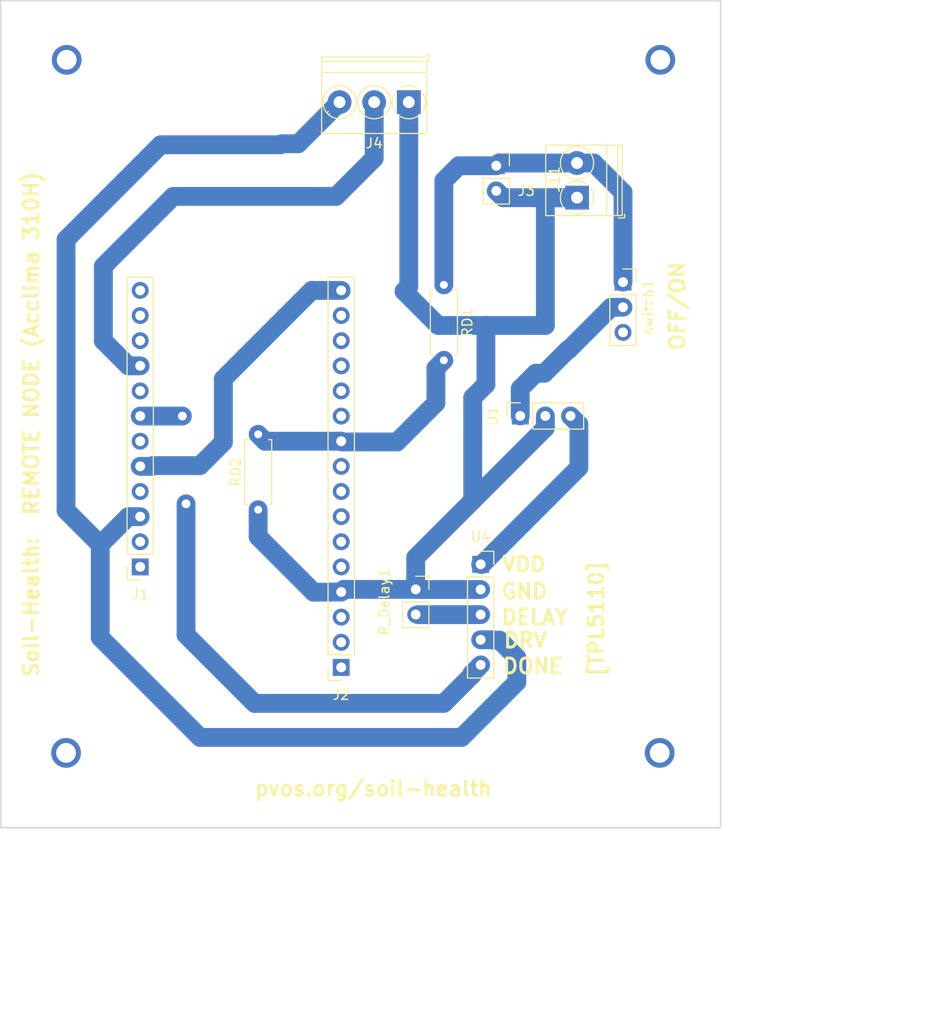
<source format=kicad_pcb>
(kicad_pcb (version 20171130) (host pcbnew 5.0.2-bee76a0~70~ubuntu18.04.1)

  (general
    (thickness 1.6)
    (drawings 22)
    (tracks 103)
    (zones 0)
    (modules 11)
    (nets 11)
  )

  (page A4)
  (layers
    (0 F.Cu signal)
    (31 B.Cu signal)
    (32 B.Adhes user)
    (33 F.Adhes user)
    (34 B.Paste user)
    (35 F.Paste user)
    (36 B.SilkS user)
    (37 F.SilkS user)
    (38 B.Mask user)
    (39 F.Mask user)
    (40 Dwgs.User user)
    (41 Cmts.User user)
    (42 Eco1.User user)
    (43 Eco2.User user)
    (44 Edge.Cuts user)
    (45 Margin user)
    (46 B.CrtYd user)
    (47 F.CrtYd user)
    (48 B.Fab user)
    (49 F.Fab user)
  )

  (setup
    (last_trace_width 1.905)
    (user_trace_width 0.254)
    (user_trace_width 0.381)
    (user_trace_width 0.635)
    (user_trace_width 1.27)
    (user_trace_width 1.905)
    (user_trace_width 2.54)
    (trace_clearance 0.2)
    (zone_clearance 0.508)
    (zone_45_only no)
    (trace_min 0.2)
    (segment_width 0.2)
    (edge_width 0.15)
    (via_size 1.778)
    (via_drill 0.889)
    (via_min_size 0.4)
    (via_min_drill 0.508)
    (uvia_size 0.3)
    (uvia_drill 0.1)
    (uvias_allowed no)
    (uvia_min_size 0.2)
    (uvia_min_drill 0.1)
    (pcb_text_width 0.3)
    (pcb_text_size 1.5 1.5)
    (mod_edge_width 0.15)
    (mod_text_size 1 1)
    (mod_text_width 0.15)
    (pad_size 1.4 1.4)
    (pad_drill 0.7)
    (pad_to_mask_clearance 0.051)
    (solder_mask_min_width 0.25)
    (aux_axis_origin 0 0)
    (visible_elements FFFDFF7F)
    (pcbplotparams
      (layerselection 0x010fc_ffffffff)
      (usegerberextensions false)
      (usegerberattributes false)
      (usegerberadvancedattributes false)
      (creategerberjobfile false)
      (excludeedgelayer true)
      (linewidth 0.100000)
      (plotframeref false)
      (viasonmask false)
      (mode 1)
      (useauxorigin false)
      (hpglpennumber 1)
      (hpglpenspeed 20)
      (hpglpendiameter 15.000000)
      (psnegative false)
      (psa4output false)
      (plotreference true)
      (plotvalue true)
      (plotinvisibletext false)
      (padsonsilk false)
      (subtractmaskfromsilk false)
      (outputformat 1)
      (mirror false)
      (drillshape 0)
      (scaleselection 1)
      (outputdirectory "gerb/drill_ps/"))
  )

  (net 0 "")
  (net 1 GND)
  (net 2 "Net-(R_Delay1-Pad2)")
  (net 3 D10)
  (net 4 A5)
  (net 5 BATT)
  (net 6 D12)
  (net 7 D6)
  (net 8 "Net-(U1-Pad1)")
  (net 9 DRV)
  (net 10 +5V)

  (net_class Default "This is the default net class."
    (clearance 0.2)
    (trace_width 0.25)
    (via_dia 1.778)
    (via_drill 0.889)
    (uvia_dia 0.3)
    (uvia_drill 0.1)
    (add_net +5V)
    (add_net A5)
    (add_net BATT)
    (add_net D10)
    (add_net D12)
    (add_net D6)
    (add_net DRV)
    (add_net GND)
    (add_net "Net-(R_Delay1-Pad2)")
    (add_net "Net-(U1-Pad1)")
  )

  (module Connector_PinSocket_2.54mm:PinSocket_1x02_P2.54mm_Vertical (layer F.Cu) (tedit 5A19A420) (tstamp 5D26FF4A)
    (at 246.2911 105.1433)
    (descr "Through hole straight socket strip, 1x02, 2.54mm pitch, single row (from Kicad 4.0.7), script generated")
    (tags "Through hole socket strip THT 1x02 2.54mm single row")
    (path /5D197A39)
    (fp_text reference R_Delay1 (at -3.175 1.27 90) (layer F.SilkS)
      (effects (font (size 1 1) (thickness 0.15)))
    )
    (fp_text value Conn_01x02_Female (at 0 5.31) (layer F.Fab)
      (effects (font (size 1 1) (thickness 0.15)))
    )
    (fp_line (start -1.27 -1.27) (end 0.635 -1.27) (layer F.Fab) (width 0.1))
    (fp_line (start 0.635 -1.27) (end 1.27 -0.635) (layer F.Fab) (width 0.1))
    (fp_line (start 1.27 -0.635) (end 1.27 3.81) (layer F.Fab) (width 0.1))
    (fp_line (start 1.27 3.81) (end -1.27 3.81) (layer F.Fab) (width 0.1))
    (fp_line (start -1.27 3.81) (end -1.27 -1.27) (layer F.Fab) (width 0.1))
    (fp_line (start -1.33 1.27) (end 1.33 1.27) (layer F.SilkS) (width 0.12))
    (fp_line (start -1.33 1.27) (end -1.33 3.87) (layer F.SilkS) (width 0.12))
    (fp_line (start -1.33 3.87) (end 1.33 3.87) (layer F.SilkS) (width 0.12))
    (fp_line (start 1.33 1.27) (end 1.33 3.87) (layer F.SilkS) (width 0.12))
    (fp_line (start 1.33 -1.33) (end 1.33 0) (layer F.SilkS) (width 0.12))
    (fp_line (start 0 -1.33) (end 1.33 -1.33) (layer F.SilkS) (width 0.12))
    (fp_line (start -1.8 -1.8) (end 1.75 -1.8) (layer F.CrtYd) (width 0.05))
    (fp_line (start 1.75 -1.8) (end 1.75 4.3) (layer F.CrtYd) (width 0.05))
    (fp_line (start 1.75 4.3) (end -1.8 4.3) (layer F.CrtYd) (width 0.05))
    (fp_line (start -1.8 4.3) (end -1.8 -1.8) (layer F.CrtYd) (width 0.05))
    (fp_text user %R (at 0 6.35 180) (layer F.Fab)
      (effects (font (size 1 1) (thickness 0.15)))
    )
    (pad 1 thru_hole rect (at 0 0) (size 1.7 1.7) (drill 1) (layers *.Cu *.Mask)
      (net 1 GND))
    (pad 2 thru_hole oval (at 0 2.54) (size 1.7 1.7) (drill 1) (layers *.Cu *.Mask)
      (net 2 "Net-(R_Delay1-Pad2)"))
    (model ${KISYS3DMOD}/Connector_PinSocket_2.54mm.3dshapes/PinSocket_1x02_P2.54mm_Vertical.wrl
      (at (xyz 0 0 0))
      (scale (xyz 1 1 1))
      (rotate (xyz 0 0 0))
    )
  )

  (module Connector_PinSocket_2.54mm:PinSocket_1x05_P2.54mm_Vertical (layer F.Cu) (tedit 5A19A420) (tstamp 5D86A262)
    (at 252.857 102.616)
    (descr "Through hole straight socket strip, 1x05, 2.54mm pitch, single row (from Kicad 4.0.7), script generated")
    (tags "Through hole socket strip THT 1x05 2.54mm single row")
    (path /5D196517)
    (fp_text reference U4 (at 0 -2.77) (layer F.SilkS)
      (effects (font (size 1 1) (thickness 0.15)))
    )
    (fp_text value tpl5111 (at 0 12.93) (layer F.Fab)
      (effects (font (size 1 1) (thickness 0.15)))
    )
    (fp_line (start -1.27 -1.27) (end 0.635 -1.27) (layer F.Fab) (width 0.1))
    (fp_line (start 0.635 -1.27) (end 1.27 -0.635) (layer F.Fab) (width 0.1))
    (fp_line (start 1.27 -0.635) (end 1.27 11.43) (layer F.Fab) (width 0.1))
    (fp_line (start 1.27 11.43) (end -1.27 11.43) (layer F.Fab) (width 0.1))
    (fp_line (start -1.27 11.43) (end -1.27 -1.27) (layer F.Fab) (width 0.1))
    (fp_line (start -1.33 1.27) (end 1.33 1.27) (layer F.SilkS) (width 0.12))
    (fp_line (start -1.33 1.27) (end -1.33 11.49) (layer F.SilkS) (width 0.12))
    (fp_line (start -1.33 11.49) (end 1.33 11.49) (layer F.SilkS) (width 0.12))
    (fp_line (start 1.33 1.27) (end 1.33 11.49) (layer F.SilkS) (width 0.12))
    (fp_line (start 1.33 -1.33) (end 1.33 0) (layer F.SilkS) (width 0.12))
    (fp_line (start 0 -1.33) (end 1.33 -1.33) (layer F.SilkS) (width 0.12))
    (fp_line (start -1.8 -1.8) (end 1.75 -1.8) (layer F.CrtYd) (width 0.05))
    (fp_line (start 1.75 -1.8) (end 1.75 11.9) (layer F.CrtYd) (width 0.05))
    (fp_line (start 1.75 11.9) (end -1.8 11.9) (layer F.CrtYd) (width 0.05))
    (fp_line (start -1.8 11.9) (end -1.8 -1.8) (layer F.CrtYd) (width 0.05))
    (fp_text user %R (at 0 5.08 -270) (layer F.Fab)
      (effects (font (size 1 1) (thickness 0.15)))
    )
    (pad 1 thru_hole rect (at 0 0) (size 1.7 1.7) (drill 1) (layers *.Cu *.Mask)
      (net 10 +5V))
    (pad 2 thru_hole oval (at 0 2.54) (size 1.7 1.7) (drill 1) (layers *.Cu *.Mask)
      (net 1 GND))
    (pad 3 thru_hole oval (at 0 5.08) (size 1.7 1.7) (drill 1) (layers *.Cu *.Mask)
      (net 2 "Net-(R_Delay1-Pad2)"))
    (pad 4 thru_hole oval (at 0 7.62) (size 1.7 1.7) (drill 1) (layers *.Cu *.Mask)
      (net 9 DRV))
    (pad 5 thru_hole oval (at 0 10.16) (size 1.7 1.7) (drill 1) (layers *.Cu *.Mask)
      (net 3 D10))
    (model ${KISYS3DMOD}/Connector_PinSocket_2.54mm.3dshapes/PinSocket_1x05_P2.54mm_Vertical.wrl
      (at (xyz 0 0 0))
      (scale (xyz 1 1 1))
      (rotate (xyz 0 0 0))
    )
  )

  (module Connector_PinSocket_2.54mm:PinSocket_1x12_P2.54mm_Vertical (layer F.Cu) (tedit 5A19A41D) (tstamp 5D4692E4)
    (at 218.44 102.87 180)
    (descr "Through hole straight socket strip, 1x12, 2.54mm pitch, single row (from Kicad 4.0.7), script generated")
    (tags "Through hole socket strip THT 1x12 2.54mm single row")
    (path /5D3A6009)
    (fp_text reference J1 (at 0 -2.77) (layer F.SilkS)
      (effects (font (size 1 1) (thickness 0.15)))
    )
    (fp_text value FeatherLora1 (at 0 30.71) (layer F.Fab)
      (effects (font (size 1 1) (thickness 0.15)))
    )
    (fp_line (start -1.27 -1.27) (end 0.635 -1.27) (layer F.Fab) (width 0.1))
    (fp_line (start 0.635 -1.27) (end 1.27 -0.635) (layer F.Fab) (width 0.1))
    (fp_line (start 1.27 -0.635) (end 1.27 29.21) (layer F.Fab) (width 0.1))
    (fp_line (start 1.27 29.21) (end -1.27 29.21) (layer F.Fab) (width 0.1))
    (fp_line (start -1.27 29.21) (end -1.27 -1.27) (layer F.Fab) (width 0.1))
    (fp_line (start -1.33 1.27) (end 1.33 1.27) (layer F.SilkS) (width 0.12))
    (fp_line (start -1.33 1.27) (end -1.33 29.27) (layer F.SilkS) (width 0.12))
    (fp_line (start -1.33 29.27) (end 1.33 29.27) (layer F.SilkS) (width 0.12))
    (fp_line (start 1.33 1.27) (end 1.33 29.27) (layer F.SilkS) (width 0.12))
    (fp_line (start 1.33 -1.33) (end 1.33 0) (layer F.SilkS) (width 0.12))
    (fp_line (start 0 -1.33) (end 1.33 -1.33) (layer F.SilkS) (width 0.12))
    (fp_line (start -1.8 -1.8) (end 1.75 -1.8) (layer F.CrtYd) (width 0.05))
    (fp_line (start 1.75 -1.8) (end 1.75 29.7) (layer F.CrtYd) (width 0.05))
    (fp_line (start 1.75 29.7) (end -1.8 29.7) (layer F.CrtYd) (width 0.05))
    (fp_line (start -1.8 29.7) (end -1.8 -1.8) (layer F.CrtYd) (width 0.05))
    (fp_text user %R (at 0 13.97 90) (layer F.Fab)
      (effects (font (size 1 1) (thickness 0.15)))
    )
    (pad 1 thru_hole rect (at 0 0 180) (size 1.7 1.7) (drill 1) (layers *.Cu *.Mask))
    (pad 2 thru_hole oval (at 0 2.54 180) (size 1.7 1.7) (drill 1) (layers *.Cu *.Mask))
    (pad 3 thru_hole oval (at 0 5.08 180) (size 1.7 1.7) (drill 1) (layers *.Cu *.Mask)
      (net 9 DRV))
    (pad 4 thru_hole oval (at 0 7.62 180) (size 1.7 1.7) (drill 1) (layers *.Cu *.Mask))
    (pad 5 thru_hole oval (at 0 10.16 180) (size 1.7 1.7) (drill 1) (layers *.Cu *.Mask)
      (net 6 D12))
    (pad 6 thru_hole oval (at 0 12.7 180) (size 1.7 1.7) (drill 1) (layers *.Cu *.Mask))
    (pad 7 thru_hole oval (at 0 15.24 180) (size 1.7 1.7) (drill 1) (layers *.Cu *.Mask)
      (net 3 D10))
    (pad 8 thru_hole oval (at 0 17.78 180) (size 1.7 1.7) (drill 1) (layers *.Cu *.Mask))
    (pad 9 thru_hole oval (at 0 20.32 180) (size 1.7 1.7) (drill 1) (layers *.Cu *.Mask)
      (net 7 D6))
    (pad 10 thru_hole oval (at 0 22.86 180) (size 1.7 1.7) (drill 1) (layers *.Cu *.Mask))
    (pad 11 thru_hole oval (at 0 25.4 180) (size 1.7 1.7) (drill 1) (layers *.Cu *.Mask))
    (pad 12 thru_hole oval (at 0 27.94 180) (size 1.7 1.7) (drill 1) (layers *.Cu *.Mask))
    (model ${KISYS3DMOD}/Connector_PinSocket_2.54mm.3dshapes/PinSocket_1x12_P2.54mm_Vertical.wrl
      (at (xyz 0 0 0))
      (scale (xyz 1 1 1))
      (rotate (xyz 0 0 0))
    )
  )

  (module Connector_PinSocket_2.54mm:PinSocket_1x16_P2.54mm_Vertical (layer F.Cu) (tedit 5A19A41E) (tstamp 5D469345)
    (at 238.76 113.03 180)
    (descr "Through hole straight socket strip, 1x16, 2.54mm pitch, single row (from Kicad 4.0.7), script generated")
    (tags "Through hole socket strip THT 1x16 2.54mm single row")
    (path /5D3A613C)
    (fp_text reference J2 (at 0 -2.77 180) (layer F.SilkS)
      (effects (font (size 1 1) (thickness 0.15)))
    )
    (fp_text value FeatherLora2 (at 0 40.87 180) (layer F.Fab)
      (effects (font (size 1 1) (thickness 0.15)))
    )
    (fp_line (start -1.27 -1.27) (end 0.635 -1.27) (layer F.Fab) (width 0.1))
    (fp_line (start 0.635 -1.27) (end 1.27 -0.635) (layer F.Fab) (width 0.1))
    (fp_line (start 1.27 -0.635) (end 1.27 39.37) (layer F.Fab) (width 0.1))
    (fp_line (start 1.27 39.37) (end -1.27 39.37) (layer F.Fab) (width 0.1))
    (fp_line (start -1.27 39.37) (end -1.27 -1.27) (layer F.Fab) (width 0.1))
    (fp_line (start -1.33 1.27) (end 1.33 1.27) (layer F.SilkS) (width 0.12))
    (fp_line (start -1.33 1.27) (end -1.33 39.43) (layer F.SilkS) (width 0.12))
    (fp_line (start -1.33 39.43) (end 1.33 39.43) (layer F.SilkS) (width 0.12))
    (fp_line (start 1.33 1.27) (end 1.33 39.43) (layer F.SilkS) (width 0.12))
    (fp_line (start 1.33 -1.33) (end 1.33 0) (layer F.SilkS) (width 0.12))
    (fp_line (start 0 -1.33) (end 1.33 -1.33) (layer F.SilkS) (width 0.12))
    (fp_line (start -1.8 -1.8) (end 1.75 -1.8) (layer F.CrtYd) (width 0.05))
    (fp_line (start 1.75 -1.8) (end 1.75 39.9) (layer F.CrtYd) (width 0.05))
    (fp_line (start 1.75 39.9) (end -1.8 39.9) (layer F.CrtYd) (width 0.05))
    (fp_line (start -1.8 39.9) (end -1.8 -1.8) (layer F.CrtYd) (width 0.05))
    (fp_text user %R (at 0 19.05 270) (layer F.Fab)
      (effects (font (size 1 1) (thickness 0.15)))
    )
    (pad 1 thru_hole rect (at 0 0 180) (size 1.7 1.7) (drill 1) (layers *.Cu *.Mask))
    (pad 2 thru_hole oval (at 0 2.54 180) (size 1.7 1.7) (drill 1) (layers *.Cu *.Mask))
    (pad 3 thru_hole oval (at 0 5.08 180) (size 1.7 1.7) (drill 1) (layers *.Cu *.Mask))
    (pad 4 thru_hole oval (at 0 7.62 180) (size 1.7 1.7) (drill 1) (layers *.Cu *.Mask)
      (net 1 GND))
    (pad 5 thru_hole oval (at 0 10.16 180) (size 1.7 1.7) (drill 1) (layers *.Cu *.Mask))
    (pad 6 thru_hole oval (at 0 12.7 180) (size 1.7 1.7) (drill 1) (layers *.Cu *.Mask))
    (pad 7 thru_hole oval (at 0 15.24 180) (size 1.7 1.7) (drill 1) (layers *.Cu *.Mask))
    (pad 8 thru_hole oval (at 0 17.78 180) (size 1.7 1.7) (drill 1) (layers *.Cu *.Mask))
    (pad 9 thru_hole oval (at 0 20.32 180) (size 1.7 1.7) (drill 1) (layers *.Cu *.Mask))
    (pad 10 thru_hole oval (at 0 22.86 180) (size 1.7 1.7) (drill 1) (layers *.Cu *.Mask)
      (net 4 A5))
    (pad 11 thru_hole oval (at 0 25.4 180) (size 1.7 1.7) (drill 1) (layers *.Cu *.Mask))
    (pad 12 thru_hole oval (at 0 27.94 180) (size 1.7 1.7) (drill 1) (layers *.Cu *.Mask))
    (pad 13 thru_hole oval (at 0 30.48 180) (size 1.7 1.7) (drill 1) (layers *.Cu *.Mask))
    (pad 14 thru_hole oval (at 0 33.02 180) (size 1.7 1.7) (drill 1) (layers *.Cu *.Mask))
    (pad 15 thru_hole oval (at 0 35.56 180) (size 1.7 1.7) (drill 1) (layers *.Cu *.Mask))
    (pad 16 thru_hole oval (at 0 38.1 180) (size 1.7 1.7) (drill 1) (layers *.Cu *.Mask)
      (net 6 D12))
    (model ${KISYS3DMOD}/Connector_PinSocket_2.54mm.3dshapes/PinSocket_1x16_P2.54mm_Vertical.wrl
      (at (xyz 0 0 0))
      (scale (xyz 1 1 1))
      (rotate (xyz 0 0 0))
    )
  )

  (module Connector_PinSocket_2.54mm:PinSocket_1x03_P2.54mm_Vertical (layer F.Cu) (tedit 5A19A429) (tstamp 5D3A96C7)
    (at 267.2461 74.0918)
    (descr "Through hole straight socket strip, 1x03, 2.54mm pitch, single row (from Kicad 4.0.7), script generated")
    (tags "Through hole socket strip THT 1x03 2.54mm single row")
    (path /5D40388A)
    (fp_text reference switch1 (at 2.54 2.54 -270) (layer F.SilkS)
      (effects (font (size 1 1) (thickness 0.15)))
    )
    (fp_text value Conn_01x03_Female (at 0 7.85) (layer F.Fab)
      (effects (font (size 1 1) (thickness 0.15)))
    )
    (fp_line (start -1.27 -1.27) (end 0.635 -1.27) (layer F.Fab) (width 0.1))
    (fp_line (start 0.635 -1.27) (end 1.27 -0.635) (layer F.Fab) (width 0.1))
    (fp_line (start 1.27 -0.635) (end 1.27 6.35) (layer F.Fab) (width 0.1))
    (fp_line (start 1.27 6.35) (end -1.27 6.35) (layer F.Fab) (width 0.1))
    (fp_line (start -1.27 6.35) (end -1.27 -1.27) (layer F.Fab) (width 0.1))
    (fp_line (start -1.33 1.27) (end 1.33 1.27) (layer F.SilkS) (width 0.12))
    (fp_line (start -1.33 1.27) (end -1.33 6.41) (layer F.SilkS) (width 0.12))
    (fp_line (start -1.33 6.41) (end 1.33 6.41) (layer F.SilkS) (width 0.12))
    (fp_line (start 1.33 1.27) (end 1.33 6.41) (layer F.SilkS) (width 0.12))
    (fp_line (start 1.33 -1.33) (end 1.33 0) (layer F.SilkS) (width 0.12))
    (fp_line (start 0 -1.33) (end 1.33 -1.33) (layer F.SilkS) (width 0.12))
    (fp_line (start -1.8 -1.8) (end 1.75 -1.8) (layer F.CrtYd) (width 0.05))
    (fp_line (start 1.75 -1.8) (end 1.75 6.85) (layer F.CrtYd) (width 0.05))
    (fp_line (start 1.75 6.85) (end -1.8 6.85) (layer F.CrtYd) (width 0.05))
    (fp_line (start -1.8 6.85) (end -1.8 -1.8) (layer F.CrtYd) (width 0.05))
    (fp_text user %R (at 0 2.54 -270) (layer F.Fab)
      (effects (font (size 1 1) (thickness 0.15)))
    )
    (pad 1 thru_hole rect (at 0 0) (size 1.7 1.7) (drill 1) (layers *.Cu *.Mask)
      (net 5 BATT))
    (pad 2 thru_hole oval (at 0 2.54) (size 1.7 1.7) (drill 1) (layers *.Cu *.Mask)
      (net 8 "Net-(U1-Pad1)"))
    (pad 3 thru_hole oval (at 0 5.08) (size 1.7 1.7) (drill 1) (layers *.Cu *.Mask))
    (model ${KISYS3DMOD}/Connector_PinSocket_2.54mm.3dshapes/PinSocket_1x03_P2.54mm_Vertical.wrl
      (at (xyz 0 0 0))
      (scale (xyz 1 1 1))
      (rotate (xyz 0 0 0))
    )
  )

  (module Resistor_THT:R_Axial_DIN0207_L6.3mm_D2.5mm_P7.62mm_Horizontal (layer F.Cu) (tedit 5AE5139B) (tstamp 5D86AC0D)
    (at 249.1359 74.3712 270)
    (descr "Resistor, Axial_DIN0207 series, Axial, Horizontal, pin pitch=7.62mm, 0.25W = 1/4W, length*diameter=6.3*2.5mm^2, http://cdn-reichelt.de/documents/datenblatt/B400/1_4W%23YAG.pdf")
    (tags "Resistor Axial_DIN0207 series Axial Horizontal pin pitch 7.62mm 0.25W = 1/4W length 6.3mm diameter 2.5mm")
    (path /5D3B9AD0)
    (fp_text reference RD1 (at 3.81 -2.37 270) (layer F.SilkS)
      (effects (font (size 1 1) (thickness 0.15)))
    )
    (fp_text value R (at 3.81 2.37 270) (layer F.Fab)
      (effects (font (size 1 1) (thickness 0.15)))
    )
    (fp_text user %R (at 3.81 0 270) (layer F.Fab)
      (effects (font (size 1 1) (thickness 0.15)))
    )
    (fp_line (start 8.67 -1.5) (end -1.05 -1.5) (layer F.CrtYd) (width 0.05))
    (fp_line (start 8.67 1.5) (end 8.67 -1.5) (layer F.CrtYd) (width 0.05))
    (fp_line (start -1.05 1.5) (end 8.67 1.5) (layer F.CrtYd) (width 0.05))
    (fp_line (start -1.05 -1.5) (end -1.05 1.5) (layer F.CrtYd) (width 0.05))
    (fp_line (start 7.08 1.37) (end 7.08 1.04) (layer F.SilkS) (width 0.12))
    (fp_line (start 0.54 1.37) (end 7.08 1.37) (layer F.SilkS) (width 0.12))
    (fp_line (start 0.54 1.04) (end 0.54 1.37) (layer F.SilkS) (width 0.12))
    (fp_line (start 7.08 -1.37) (end 7.08 -1.04) (layer F.SilkS) (width 0.12))
    (fp_line (start 0.54 -1.37) (end 7.08 -1.37) (layer F.SilkS) (width 0.12))
    (fp_line (start 0.54 -1.04) (end 0.54 -1.37) (layer F.SilkS) (width 0.12))
    (fp_line (start 7.62 0) (end 6.96 0) (layer F.Fab) (width 0.1))
    (fp_line (start 0 0) (end 0.66 0) (layer F.Fab) (width 0.1))
    (fp_line (start 6.96 -1.25) (end 0.66 -1.25) (layer F.Fab) (width 0.1))
    (fp_line (start 6.96 1.25) (end 6.96 -1.25) (layer F.Fab) (width 0.1))
    (fp_line (start 0.66 1.25) (end 6.96 1.25) (layer F.Fab) (width 0.1))
    (fp_line (start 0.66 -1.25) (end 0.66 1.25) (layer F.Fab) (width 0.1))
    (pad 2 thru_hole oval (at 7.62 0 270) (size 1.6 1.6) (drill 0.8) (layers *.Cu *.Mask)
      (net 4 A5))
    (pad 1 thru_hole circle (at 0 0 270) (size 1.6 1.6) (drill 0.8) (layers *.Cu *.Mask)
      (net 5 BATT))
    (model ${KISYS3DMOD}/Resistor_THT.3dshapes/R_Axial_DIN0207_L6.3mm_D2.5mm_P7.62mm_Horizontal.wrl
      (at (xyz 0 0 0))
      (scale (xyz 1 1 1))
      (rotate (xyz 0 0 0))
    )
  )

  (module Resistor_THT:R_Axial_DIN0207_L6.3mm_D2.5mm_P7.62mm_Horizontal (layer F.Cu) (tedit 5AE5139B) (tstamp 5D47EA3C)
    (at 230.3653 89.4715 270)
    (descr "Resistor, Axial_DIN0207 series, Axial, Horizontal, pin pitch=7.62mm, 0.25W = 1/4W, length*diameter=6.3*2.5mm^2, http://cdn-reichelt.de/documents/datenblatt/B400/1_4W%23YAG.pdf")
    (tags "Resistor Axial_DIN0207 series Axial Horizontal pin pitch 7.62mm 0.25W = 1/4W length 6.3mm diameter 2.5mm")
    (path /5D3B9B54)
    (fp_text reference RD2 (at 3.81 2.286 270) (layer F.SilkS)
      (effects (font (size 1 1) (thickness 0.15)))
    )
    (fp_text value R (at 3.81 2.37 270) (layer F.Fab)
      (effects (font (size 1 1) (thickness 0.15)))
    )
    (fp_line (start 0.66 -1.25) (end 0.66 1.25) (layer F.Fab) (width 0.1))
    (fp_line (start 0.66 1.25) (end 6.96 1.25) (layer F.Fab) (width 0.1))
    (fp_line (start 6.96 1.25) (end 6.96 -1.25) (layer F.Fab) (width 0.1))
    (fp_line (start 6.96 -1.25) (end 0.66 -1.25) (layer F.Fab) (width 0.1))
    (fp_line (start 0 0) (end 0.66 0) (layer F.Fab) (width 0.1))
    (fp_line (start 7.62 0) (end 6.96 0) (layer F.Fab) (width 0.1))
    (fp_line (start 0.54 -1.04) (end 0.54 -1.37) (layer F.SilkS) (width 0.12))
    (fp_line (start 0.54 -1.37) (end 7.08 -1.37) (layer F.SilkS) (width 0.12))
    (fp_line (start 7.08 -1.37) (end 7.08 -1.04) (layer F.SilkS) (width 0.12))
    (fp_line (start 0.54 1.04) (end 0.54 1.37) (layer F.SilkS) (width 0.12))
    (fp_line (start 0.54 1.37) (end 7.08 1.37) (layer F.SilkS) (width 0.12))
    (fp_line (start 7.08 1.37) (end 7.08 1.04) (layer F.SilkS) (width 0.12))
    (fp_line (start -1.05 -1.5) (end -1.05 1.5) (layer F.CrtYd) (width 0.05))
    (fp_line (start -1.05 1.5) (end 8.67 1.5) (layer F.CrtYd) (width 0.05))
    (fp_line (start 8.67 1.5) (end 8.67 -1.5) (layer F.CrtYd) (width 0.05))
    (fp_line (start 8.67 -1.5) (end -1.05 -1.5) (layer F.CrtYd) (width 0.05))
    (fp_text user %R (at 3.81 0 270) (layer F.Fab)
      (effects (font (size 1 1) (thickness 0.15)))
    )
    (pad 1 thru_hole circle (at 0 0 270) (size 1.6 1.6) (drill 0.8) (layers *.Cu *.Mask)
      (net 4 A5))
    (pad 2 thru_hole oval (at 7.62 0 270) (size 1.6 1.6) (drill 0.8) (layers *.Cu *.Mask)
      (net 1 GND))
    (model ${KISYS3DMOD}/Resistor_THT.3dshapes/R_Axial_DIN0207_L6.3mm_D2.5mm_P7.62mm_Horizontal.wrl
      (at (xyz 0 0 0))
      (scale (xyz 1 1 1))
      (rotate (xyz 0 0 0))
    )
  )

  (module Connector_PinSocket_2.54mm:PinSocket_1x02_P2.54mm_Vertical (layer F.Cu) (tedit 5A19A420) (tstamp 5D86A6B2)
    (at 254.4318 62.3316)
    (descr "Through hole straight socket strip, 1x02, 2.54mm pitch, single row (from Kicad 4.0.7), script generated")
    (tags "Through hole socket strip THT 1x02 2.54mm single row")
    (path /5D3E3A64)
    (fp_text reference J3 (at 3.048 2.54) (layer F.SilkS)
      (effects (font (size 1 1) (thickness 0.15)))
    )
    (fp_text value Conn_01x02_Female (at 0 5.31) (layer F.Fab)
      (effects (font (size 1 1) (thickness 0.15)))
    )
    (fp_line (start -1.27 -1.27) (end 0.635 -1.27) (layer F.Fab) (width 0.1))
    (fp_line (start 0.635 -1.27) (end 1.27 -0.635) (layer F.Fab) (width 0.1))
    (fp_line (start 1.27 -0.635) (end 1.27 3.81) (layer F.Fab) (width 0.1))
    (fp_line (start 1.27 3.81) (end -1.27 3.81) (layer F.Fab) (width 0.1))
    (fp_line (start -1.27 3.81) (end -1.27 -1.27) (layer F.Fab) (width 0.1))
    (fp_line (start -1.33 1.27) (end 1.33 1.27) (layer F.SilkS) (width 0.12))
    (fp_line (start -1.33 1.27) (end -1.33 3.87) (layer F.SilkS) (width 0.12))
    (fp_line (start -1.33 3.87) (end 1.33 3.87) (layer F.SilkS) (width 0.12))
    (fp_line (start 1.33 1.27) (end 1.33 3.87) (layer F.SilkS) (width 0.12))
    (fp_line (start 1.33 -1.33) (end 1.33 0) (layer F.SilkS) (width 0.12))
    (fp_line (start 0 -1.33) (end 1.33 -1.33) (layer F.SilkS) (width 0.12))
    (fp_line (start -1.8 -1.8) (end 1.75 -1.8) (layer F.CrtYd) (width 0.05))
    (fp_line (start 1.75 -1.8) (end 1.75 4.3) (layer F.CrtYd) (width 0.05))
    (fp_line (start 1.75 4.3) (end -1.8 4.3) (layer F.CrtYd) (width 0.05))
    (fp_line (start -1.8 4.3) (end -1.8 -1.8) (layer F.CrtYd) (width 0.05))
    (fp_text user %R (at 0 1.27 180) (layer F.Fab)
      (effects (font (size 1 1) (thickness 0.15)))
    )
    (pad 1 thru_hole rect (at 0 0) (size 1.7 1.7) (drill 1) (layers *.Cu *.Mask)
      (net 5 BATT))
    (pad 2 thru_hole oval (at 0 2.54) (size 1.7 1.7) (drill 1) (layers *.Cu *.Mask)
      (net 1 GND))
    (model ${KISYS3DMOD}/Connector_PinSocket_2.54mm.3dshapes/PinSocket_1x02_P2.54mm_Vertical.wrl
      (at (xyz 0 0 0))
      (scale (xyz 1 1 1))
      (rotate (xyz 0 0 0))
    )
  )

  (module TerminalBlock_Phoenix:TerminalBlock_Phoenix_PT-1,5-2-3.5-H_1x02_P3.50mm_Horizontal (layer F.Cu) (tedit 5B294F3F) (tstamp 5D4A8B3D)
    (at 262.5979 65.5574 90)
    (descr "Terminal Block Phoenix PT-1,5-2-3.5-H, 2 pins, pitch 3.5mm, size 7x7.6mm^2, drill diamater 1.2mm, pad diameter 2.4mm, see , script-generated using https://github.com/pointhi/kicad-footprint-generator/scripts/TerminalBlock_Phoenix")
    (tags "THT Terminal Block Phoenix PT-1,5-2-3.5-H pitch 3.5mm size 7x7.6mm^2 drill 1.2mm pad 2.4mm")
    (path /5D3F2E6B)
    (fp_text reference J11 (at 1.8542 -2.2733 90) (layer F.SilkS)
      (effects (font (size 1 1) (thickness 0.15)))
    )
    (fp_text value Screw_Terminal_01x02 (at 1.75 5.56 90) (layer F.Fab)
      (effects (font (size 1 1) (thickness 0.15)))
    )
    (fp_arc (start 0 0) (end 0 1.68) (angle -32) (layer F.SilkS) (width 0.12))
    (fp_arc (start 0 0) (end 1.425 0.891) (angle -64) (layer F.SilkS) (width 0.12))
    (fp_arc (start 0 0) (end 0.866 -1.44) (angle -63) (layer F.SilkS) (width 0.12))
    (fp_arc (start 0 0) (end -1.44 -0.866) (angle -63) (layer F.SilkS) (width 0.12))
    (fp_arc (start 0 0) (end -0.866 1.44) (angle -32) (layer F.SilkS) (width 0.12))
    (fp_circle (center 0 0) (end 1.5 0) (layer F.Fab) (width 0.1))
    (fp_circle (center 3.5 0) (end 5 0) (layer F.Fab) (width 0.1))
    (fp_circle (center 3.5 0) (end 5.18 0) (layer F.SilkS) (width 0.12))
    (fp_line (start -1.75 -3.1) (end 5.25 -3.1) (layer F.Fab) (width 0.1))
    (fp_line (start 5.25 -3.1) (end 5.25 4.5) (layer F.Fab) (width 0.1))
    (fp_line (start 5.25 4.5) (end -1.35 4.5) (layer F.Fab) (width 0.1))
    (fp_line (start -1.35 4.5) (end -1.75 4.1) (layer F.Fab) (width 0.1))
    (fp_line (start -1.75 4.1) (end -1.75 -3.1) (layer F.Fab) (width 0.1))
    (fp_line (start -1.75 4.1) (end 5.25 4.1) (layer F.Fab) (width 0.1))
    (fp_line (start -1.81 4.1) (end 5.31 4.1) (layer F.SilkS) (width 0.12))
    (fp_line (start -1.75 3) (end 5.25 3) (layer F.Fab) (width 0.1))
    (fp_line (start -1.81 3) (end 5.31 3) (layer F.SilkS) (width 0.12))
    (fp_line (start -1.81 -3.16) (end 5.31 -3.16) (layer F.SilkS) (width 0.12))
    (fp_line (start -1.81 4.56) (end 5.31 4.56) (layer F.SilkS) (width 0.12))
    (fp_line (start -1.81 -3.16) (end -1.81 4.56) (layer F.SilkS) (width 0.12))
    (fp_line (start 5.31 -3.16) (end 5.31 4.56) (layer F.SilkS) (width 0.12))
    (fp_line (start 1.138 -0.955) (end -0.955 1.138) (layer F.Fab) (width 0.1))
    (fp_line (start 0.955 -1.138) (end -1.138 0.955) (layer F.Fab) (width 0.1))
    (fp_line (start 4.638 -0.955) (end 2.546 1.138) (layer F.Fab) (width 0.1))
    (fp_line (start 4.455 -1.138) (end 2.363 0.955) (layer F.Fab) (width 0.1))
    (fp_line (start 4.775 -1.069) (end 4.646 -0.941) (layer F.SilkS) (width 0.12))
    (fp_line (start 2.525 1.181) (end 2.431 1.274) (layer F.SilkS) (width 0.12))
    (fp_line (start 4.57 -1.275) (end 4.476 -1.181) (layer F.SilkS) (width 0.12))
    (fp_line (start 2.355 0.941) (end 2.226 1.069) (layer F.SilkS) (width 0.12))
    (fp_line (start -2.05 4.16) (end -2.05 4.8) (layer F.SilkS) (width 0.12))
    (fp_line (start -2.05 4.8) (end -1.65 4.8) (layer F.SilkS) (width 0.12))
    (fp_line (start -2.25 -3.6) (end -2.25 5) (layer F.CrtYd) (width 0.05))
    (fp_line (start -2.25 5) (end 5.75 5) (layer F.CrtYd) (width 0.05))
    (fp_line (start 5.75 5) (end 5.75 -3.6) (layer F.CrtYd) (width 0.05))
    (fp_line (start 5.75 -3.6) (end -2.25 -3.6) (layer F.CrtYd) (width 0.05))
    (fp_text user %R (at 1.75 2.4 90) (layer F.Fab)
      (effects (font (size 1 1) (thickness 0.15)))
    )
    (pad 1 thru_hole rect (at 0 0 90) (size 2.4 2.4) (drill 1.2) (layers *.Cu *.Mask)
      (net 1 GND))
    (pad 2 thru_hole circle (at 3.5 0 90) (size 2.4 2.4) (drill 1.2) (layers *.Cu *.Mask)
      (net 5 BATT))
    (model ${KISYS3DMOD}/TerminalBlock_Phoenix.3dshapes/TerminalBlock_Phoenix_PT-1,5-2-3.5-H_1x02_P3.50mm_Horizontal.wrl
      (at (xyz 0 0 0))
      (scale (xyz 1 1 1))
      (rotate (xyz 0 0 0))
    )
  )

  (module TerminalBlock_Phoenix:TerminalBlock_Phoenix_PT-1,5-3-3.5-H_1x03_P3.50mm_Horizontal (layer F.Cu) (tedit 5B294F3F) (tstamp 5D869D7E)
    (at 245.5926 55.9054 180)
    (descr "Terminal Block Phoenix PT-1,5-3-3.5-H, 3 pins, pitch 3.5mm, size 10.5x7.6mm^2, drill diamater 1.2mm, pad diameter 2.4mm, see , script-generated using https://github.com/pointhi/kicad-footprint-generator/scripts/TerminalBlock_Phoenix")
    (tags "THT Terminal Block Phoenix PT-1,5-3-3.5-H pitch 3.5mm size 10.5x7.6mm^2 drill 1.2mm pad 2.4mm")
    (path /5D7AC79C)
    (fp_text reference J4 (at 3.5 -4.16 180) (layer F.SilkS)
      (effects (font (size 1 1) (thickness 0.15)))
    )
    (fp_text value Screw_Terminal_01x03 (at 3.5 5.56 180) (layer F.Fab)
      (effects (font (size 1 1) (thickness 0.15)))
    )
    (fp_arc (start 0 0) (end 0 1.68) (angle -32) (layer F.SilkS) (width 0.12))
    (fp_arc (start 0 0) (end 1.425 0.891) (angle -64) (layer F.SilkS) (width 0.12))
    (fp_arc (start 0 0) (end 0.866 -1.44) (angle -63) (layer F.SilkS) (width 0.12))
    (fp_arc (start 0 0) (end -1.44 -0.866) (angle -63) (layer F.SilkS) (width 0.12))
    (fp_arc (start 0 0) (end -0.866 1.44) (angle -32) (layer F.SilkS) (width 0.12))
    (fp_circle (center 0 0) (end 1.5 0) (layer F.Fab) (width 0.1))
    (fp_circle (center 3.5 0) (end 5 0) (layer F.Fab) (width 0.1))
    (fp_circle (center 3.5 0) (end 5.18 0) (layer F.SilkS) (width 0.12))
    (fp_circle (center 7 0) (end 8.5 0) (layer F.Fab) (width 0.1))
    (fp_circle (center 7 0) (end 8.68 0) (layer F.SilkS) (width 0.12))
    (fp_line (start -1.75 -3.1) (end 8.75 -3.1) (layer F.Fab) (width 0.1))
    (fp_line (start 8.75 -3.1) (end 8.75 4.5) (layer F.Fab) (width 0.1))
    (fp_line (start 8.75 4.5) (end -1.35 4.5) (layer F.Fab) (width 0.1))
    (fp_line (start -1.35 4.5) (end -1.75 4.1) (layer F.Fab) (width 0.1))
    (fp_line (start -1.75 4.1) (end -1.75 -3.1) (layer F.Fab) (width 0.1))
    (fp_line (start -1.75 4.1) (end 8.75 4.1) (layer F.Fab) (width 0.1))
    (fp_line (start -1.81 4.1) (end 8.81 4.1) (layer F.SilkS) (width 0.12))
    (fp_line (start -1.75 3) (end 8.75 3) (layer F.Fab) (width 0.1))
    (fp_line (start -1.81 3) (end 8.81 3) (layer F.SilkS) (width 0.12))
    (fp_line (start -1.81 -3.16) (end 8.81 -3.16) (layer F.SilkS) (width 0.12))
    (fp_line (start -1.81 4.56) (end 8.81 4.56) (layer F.SilkS) (width 0.12))
    (fp_line (start -1.81 -3.16) (end -1.81 4.56) (layer F.SilkS) (width 0.12))
    (fp_line (start 8.81 -3.16) (end 8.81 4.56) (layer F.SilkS) (width 0.12))
    (fp_line (start 1.138 -0.955) (end -0.955 1.138) (layer F.Fab) (width 0.1))
    (fp_line (start 0.955 -1.138) (end -1.138 0.955) (layer F.Fab) (width 0.1))
    (fp_line (start 4.638 -0.955) (end 2.546 1.138) (layer F.Fab) (width 0.1))
    (fp_line (start 4.455 -1.138) (end 2.363 0.955) (layer F.Fab) (width 0.1))
    (fp_line (start 4.775 -1.069) (end 4.646 -0.941) (layer F.SilkS) (width 0.12))
    (fp_line (start 2.525 1.181) (end 2.431 1.274) (layer F.SilkS) (width 0.12))
    (fp_line (start 4.57 -1.275) (end 4.476 -1.181) (layer F.SilkS) (width 0.12))
    (fp_line (start 2.355 0.941) (end 2.226 1.069) (layer F.SilkS) (width 0.12))
    (fp_line (start 8.138 -0.955) (end 6.046 1.138) (layer F.Fab) (width 0.1))
    (fp_line (start 7.955 -1.138) (end 5.863 0.955) (layer F.Fab) (width 0.1))
    (fp_line (start 8.275 -1.069) (end 8.146 -0.941) (layer F.SilkS) (width 0.12))
    (fp_line (start 6.025 1.181) (end 5.931 1.274) (layer F.SilkS) (width 0.12))
    (fp_line (start 8.07 -1.275) (end 7.976 -1.181) (layer F.SilkS) (width 0.12))
    (fp_line (start 5.855 0.941) (end 5.726 1.069) (layer F.SilkS) (width 0.12))
    (fp_line (start -2.05 4.16) (end -2.05 4.8) (layer F.SilkS) (width 0.12))
    (fp_line (start -2.05 4.8) (end -1.65 4.8) (layer F.SilkS) (width 0.12))
    (fp_line (start -2.25 -3.6) (end -2.25 5) (layer F.CrtYd) (width 0.05))
    (fp_line (start -2.25 5) (end 9.25 5) (layer F.CrtYd) (width 0.05))
    (fp_line (start 9.25 5) (end 9.25 -3.6) (layer F.CrtYd) (width 0.05))
    (fp_line (start 9.25 -3.6) (end -2.25 -3.6) (layer F.CrtYd) (width 0.05))
    (fp_text user %R (at 3.5 2.4 180) (layer F.Fab)
      (effects (font (size 1 1) (thickness 0.15)))
    )
    (pad 1 thru_hole rect (at 0 0 180) (size 2.4 2.4) (drill 1.2) (layers *.Cu *.Mask)
      (net 1 GND))
    (pad 2 thru_hole circle (at 3.5 0 180) (size 2.4 2.4) (drill 1.2) (layers *.Cu *.Mask)
      (net 7 D6))
    (pad 3 thru_hole circle (at 7 0 180) (size 2.4 2.4) (drill 1.2) (layers *.Cu *.Mask)
      (net 9 DRV))
    (model ${KISYS3DMOD}/TerminalBlock_Phoenix.3dshapes/TerminalBlock_Phoenix_PT-1,5-3-3.5-H_1x03_P3.50mm_Horizontal.wrl
      (at (xyz 0 0 0))
      (scale (xyz 1 1 1))
      (rotate (xyz 0 0 0))
    )
  )

  (module Connector_PinSocket_2.54mm:PinSocket_1x03_P2.54mm_Vertical (layer F.Cu) (tedit 5A19A429) (tstamp 5D869E09)
    (at 256.8575 87.6173 90)
    (descr "Through hole straight socket strip, 1x03, 2.54mm pitch, single row (from Kicad 4.0.7), script generated")
    (tags "Through hole socket strip THT 1x03 2.54mm single row")
    (path /5D7ACF98)
    (fp_text reference U1 (at 0 -2.77 90) (layer F.SilkS)
      (effects (font (size 1 1) (thickness 0.15)))
    )
    (fp_text value CUI_5V_SWITCHING (at 0 7.85 90) (layer F.Fab)
      (effects (font (size 1 1) (thickness 0.15)))
    )
    (fp_line (start -1.27 -1.27) (end 0.635 -1.27) (layer F.Fab) (width 0.1))
    (fp_line (start 0.635 -1.27) (end 1.27 -0.635) (layer F.Fab) (width 0.1))
    (fp_line (start 1.27 -0.635) (end 1.27 6.35) (layer F.Fab) (width 0.1))
    (fp_line (start 1.27 6.35) (end -1.27 6.35) (layer F.Fab) (width 0.1))
    (fp_line (start -1.27 6.35) (end -1.27 -1.27) (layer F.Fab) (width 0.1))
    (fp_line (start -1.33 1.27) (end 1.33 1.27) (layer F.SilkS) (width 0.12))
    (fp_line (start -1.33 1.27) (end -1.33 6.41) (layer F.SilkS) (width 0.12))
    (fp_line (start -1.33 6.41) (end 1.33 6.41) (layer F.SilkS) (width 0.12))
    (fp_line (start 1.33 1.27) (end 1.33 6.41) (layer F.SilkS) (width 0.12))
    (fp_line (start 1.33 -1.33) (end 1.33 0) (layer F.SilkS) (width 0.12))
    (fp_line (start 0 -1.33) (end 1.33 -1.33) (layer F.SilkS) (width 0.12))
    (fp_line (start -1.8 -1.8) (end 1.75 -1.8) (layer F.CrtYd) (width 0.05))
    (fp_line (start 1.75 -1.8) (end 1.75 6.85) (layer F.CrtYd) (width 0.05))
    (fp_line (start 1.75 6.85) (end -1.8 6.85) (layer F.CrtYd) (width 0.05))
    (fp_line (start -1.8 6.85) (end -1.8 -1.8) (layer F.CrtYd) (width 0.05))
    (fp_text user %R (at 0 2.54 180) (layer F.Fab)
      (effects (font (size 1 1) (thickness 0.15)))
    )
    (pad 1 thru_hole rect (at 0 0 90) (size 1.7 1.7) (drill 1) (layers *.Cu *.Mask)
      (net 8 "Net-(U1-Pad1)"))
    (pad 2 thru_hole oval (at 0 2.54 90) (size 1.7 1.7) (drill 1) (layers *.Cu *.Mask)
      (net 1 GND))
    (pad 3 thru_hole oval (at 0 5.08 90) (size 1.7 1.7) (drill 1) (layers *.Cu *.Mask)
      (net 10 +5V))
    (model ${KISYS3DMOD}/Connector_PinSocket_2.54mm.3dshapes/PinSocket_1x03_P2.54mm_Vertical.wrl
      (at (xyz 0 0 0))
      (scale (xyz 1 1 1))
      (rotate (xyz 0 0 0))
    )
  )

  (gr_text VDD (at 257.2385 102.616) (layer F.SilkS) (tstamp 5D86A2A5)
    (effects (font (size 1.5 1.5) (thickness 0.3)))
  )
  (gr_text GND (at 257.2766 105.3465) (layer F.SilkS) (tstamp 5D86A2A2)
    (effects (font (size 1.5 1.5) (thickness 0.3)))
  )
  (gr_text DELAY (at 258.318 107.95) (layer F.SilkS) (tstamp 5D86A29F)
    (effects (font (size 1.5 1.5) (thickness 0.3)))
  )
  (gr_text DRV (at 257.3655 110.2995) (layer F.SilkS) (tstamp 5D86A29C)
    (effects (font (size 1.5 1.5) (thickness 0.3)))
  )
  (gr_text DONE (at 258.1275 112.903) (layer F.SilkS) (tstamp 5D86A299)
    (effects (font (size 1.5 1.5) (thickness 0.3)))
  )
  (gr_line (start 206.3115 45.6565) (end 204.343 45.6565) (layer Edge.Cuts) (width 0.15))
  (gr_line (start 204.343 129.2225) (end 204.343 45.6565) (layer Edge.Cuts) (width 0.15))
  (gr_line (start 277.114 129.2225) (end 204.343 129.2225) (layer Edge.Cuts) (width 0.15))
  (gr_line (start 277.114 45.6565) (end 277.114 129.2225) (layer Edge.Cuts) (width 0.15))
  (gr_line (start 206.3115 45.6565) (end 277.114 45.6565) (layer Edge.Cuts) (width 0.15))
  (dimension 70.040615 (width 0.3) (layer Dwgs.User) (tstamp 5D86A173)
    (gr_text "70.041 mm" (at 297.458838 86.299988 270) (layer Dwgs.User) (tstamp 5D86A174)
      (effects (font (size 1.5 1.5) (thickness 0.3)))
    )
    (feature1 (pts (xy 271.419338 121.320296) (xy 295.945259 121.320296)))
    (feature2 (pts (xy 271.419338 51.279681) (xy 295.945259 51.279681)))
    (crossbar (pts (xy 295.358838 51.279681) (xy 295.358838 121.320296)))
    (arrow1a (pts (xy 295.358838 121.320296) (xy 294.772417 120.193792)))
    (arrow1b (pts (xy 295.358838 121.320296) (xy 295.945259 120.193792)))
    (arrow2a (pts (xy 295.358838 51.279681) (xy 294.772417 52.406185)))
    (arrow2b (pts (xy 295.358838 51.279681) (xy 295.945259 52.406185)))
  )
  (dimension 60.008339 (width 0.3) (layer Dwgs.User)
    (gr_text "60.008 mm" (at 240.950421 150.462871) (layer Dwgs.User)
      (effects (font (size 1.5 1.5) (thickness 0.3)))
    )
    (feature1 (pts (xy 270.954591 123.470871) (xy 270.954591 148.949292)))
    (feature2 (pts (xy 210.946252 123.470871) (xy 210.946252 148.949292)))
    (crossbar (pts (xy 210.946252 148.362871) (xy 270.954591 148.362871)))
    (arrow1a (pts (xy 270.954591 148.362871) (xy 269.828087 148.949292)))
    (arrow1b (pts (xy 270.954591 148.362871) (xy 269.828087 147.77645)))
    (arrow2a (pts (xy 210.946252 148.362871) (xy 212.072756 148.949292)))
    (arrow2b (pts (xy 210.946252 148.362871) (xy 212.072756 147.77645)))
  )
  (dimension 20.32 (width 0.3) (layer Dwgs.User) (tstamp 5D4692C1)
    (gr_text "0.8000 in" (at 228.6 122.75) (layer Dwgs.User) (tstamp 5D4692C1)
      (effects (font (size 1.5 1.5) (thickness 0.3)))
    )
    (feature1 (pts (xy 238.76 97.79) (xy 238.76 121.236421)))
    (feature2 (pts (xy 218.44 97.79) (xy 218.44 121.236421)))
    (crossbar (pts (xy 218.44 120.65) (xy 238.76 120.65)))
    (arrow1a (pts (xy 238.76 120.65) (xy 237.633496 121.236421)))
    (arrow1b (pts (xy 238.76 120.65) (xy 237.633496 120.063579)))
    (arrow2a (pts (xy 218.44 120.65) (xy 219.566504 121.236421)))
    (arrow2b (pts (xy 218.44 120.65) (xy 219.566504 120.063579)))
  )
  (gr_text [TPL5110] (at 264.541 108.1024 90) (layer F.SilkS) (tstamp 5D86A293)
    (effects (font (size 1.5 1.5) (thickness 0.3)))
  )
  (gr_text "Soil-Health:  REMOTE NODE (Acclima 310H)" (at 207.4291 88.4682 90) (layer F.SilkS) (tstamp 5D3B563A)
    (effects (font (size 1.5 1.5) (thickness 0.3)))
  )
  (gr_text OFF/ON (at 272.7452 76.5175 90) (layer F.SilkS)
    (effects (font (size 1.5 1.5) (thickness 0.3)))
  )
  (gr_text pvos.org/soil-health (at 242.0112 125.2728) (layer F.SilkS) (tstamp 5D27221C)
    (effects (font (size 1.5 1.5) (thickness 0.3)))
  )
  (gr_text TPL5110 (at 261.747 106.426 270) (layer Dwgs.User) (tstamp 5D86A2C3)
    (effects (font (size 1.5 1.5) (thickness 0.3)))
  )
  (gr_line (start 250.317 116.586) (end 250.317 98.806) (layer Dwgs.User) (width 0.2) (tstamp 5D86A2C0))
  (gr_line (start 269.367 116.586) (end 250.317 116.586) (layer Dwgs.User) (width 0.2) (tstamp 5D86A2BD))
  (gr_line (start 269.367 98.806) (end 250.317 98.806) (layer Dwgs.User) (width 0.2) (tstamp 5D86A2BA))
  (gr_line (start 269.367 98.806) (end 269.367 116.586) (layer Dwgs.User) (width 0.2) (tstamp 5D86A2B7))

  (via (at 270.9545 121.666) (size 3) (drill 2) (layers F.Cu B.Cu) (net 0) (tstamp 5D4A9748))
  (via (at 210.947 121.666) (size 3) (drill 2) (layers F.Cu B.Cu) (net 0) (tstamp 5D485950))
  (via (at 211.0105 51.6255) (size 3) (drill 2) (layers F.Cu B.Cu) (net 0) (tstamp 5D4A981B))
  (via (at 271.018 51.6255) (size 3) (drill 2) (layers F.Cu B.Cu) (net 0) (tstamp 5D4A981C))
  (segment (start 252.857 105.156) (end 246.507 105.156) (width 1.905) (layer B.Cu) (net 1) (tstamp 5D86A248) (status 30))
  (segment (start 239.0267 105.1433) (end 238.76 105.41) (width 1.905) (layer B.Cu) (net 1) (status 30))
  (segment (start 246.2911 105.1433) (end 239.0267 105.1433) (width 1.905) (layer B.Cu) (net 1) (status 30))
  (segment (start 246.2911 101.925781) (end 246.2911 105.1433) (width 1.905) (layer B.Cu) (net 1) (status 20))
  (segment (start 259.3975 87.6173) (end 259.3975 88.819381) (width 1.905) (layer B.Cu) (net 1) (status 10))
  (segment (start 237.557919 105.41) (end 237.545219 105.4227) (width 1.905) (layer B.Cu) (net 1))
  (segment (start 238.76 105.41) (end 237.557919 105.41) (width 1.905) (layer B.Cu) (net 1) (status 10))
  (segment (start 237.545219 105.4227) (end 235.966 105.4227) (width 1.905) (layer B.Cu) (net 1))
  (segment (start 230.3653 99.822) (end 230.3653 98.22287) (width 1.905) (layer B.Cu) (net 1))
  (segment (start 230.3653 98.22287) (end 230.3653 97.0915) (width 1.905) (layer B.Cu) (net 1) (status 20))
  (segment (start 235.966 105.4227) (end 230.3653 99.822) (width 1.905) (layer B.Cu) (net 1))
  (segment (start 255.1176 65.5574) (end 254.4318 64.8716) (width 1.905) (layer B.Cu) (net 1))
  (segment (start 262.5979 65.5574) (end 255.1176 65.5574) (width 1.905) (layer B.Cu) (net 1))
  (segment (start 259.4929 65.5574) (end 262.5979 65.5574) (width 1.905) (layer B.Cu) (net 1))
  (segment (start 259.3975 65.6528) (end 259.4929 65.5574) (width 1.905) (layer B.Cu) (net 1))
  (segment (start 259.3975 78.4733) (end 259.3975 65.6528) (width 1.905) (layer B.Cu) (net 1))
  (segment (start 252.0569 96.159981) (end 252.0569 85.7631) (width 1.905) (layer B.Cu) (net 1))
  (segment (start 252.0569 96.159981) (end 246.2911 101.925781) (width 1.905) (layer B.Cu) (net 1))
  (segment (start 259.3975 88.819381) (end 252.0569 96.159981) (width 1.905) (layer B.Cu) (net 1))
  (segment (start 253.3904 84.4296) (end 253.3904 78.4733) (width 1.905) (layer B.Cu) (net 1))
  (segment (start 252.0569 85.7631) (end 253.3904 84.4296) (width 1.905) (layer B.Cu) (net 1))
  (segment (start 259.3975 78.4733) (end 253.3904 78.4733) (width 1.905) (layer B.Cu) (net 1))
  (segment (start 253.3904 78.4733) (end 248.5644 78.4733) (width 1.905) (layer B.Cu) (net 1))
  (segment (start 248.5644 78.4733) (end 245.11 75.0189) (width 1.905) (layer B.Cu) (net 1))
  (segment (start 245.5926 74.5363) (end 245.5926 55.9054) (width 1.905) (layer B.Cu) (net 1))
  (segment (start 245.11 75.0189) (end 245.5926 74.5363) (width 1.905) (layer B.Cu) (net 1))
  (segment (start 252.857 107.696) (end 246.507 107.696) (width 1.905) (layer B.Cu) (net 2) (tstamp 5D86A2CF) (status 30))
  (segment (start 252.007001 113.625999) (end 251.981601 113.625999) (width 1.905) (layer B.Cu) (net 3) (status 10))
  (segment (start 252.857 112.776) (end 252.007001 113.625999) (width 1.905) (layer B.Cu) (net 3) (status 30))
  (segment (start 252.007001 113.625999) (end 252.007001 113.778399) (width 1.905) (layer B.Cu) (net 3) (status 10))
  (segment (start 252.007001 113.778399) (end 249.1232 116.6622) (width 1.905) (layer B.Cu) (net 3))
  (segment (start 218.44 87.63) (end 222.7072 87.63) (width 1.905) (layer B.Cu) (net 3))
  (via (at 222.7072 87.63) (size 1.778) (drill 0.889) (layers F.Cu B.Cu) (net 3))
  (segment (start 249.1232 116.6622) (end 229.997 116.6622) (width 1.905) (layer B.Cu) (net 3))
  (via (at 223.0755 96.4946) (size 1.778) (drill 0.889) (layers F.Cu B.Cu) (net 3))
  (segment (start 229.997 116.6622) (end 223.0755 109.7407) (width 1.905) (layer B.Cu) (net 3))
  (segment (start 223.0755 109.7407) (end 223.0755 96.4946) (width 1.905) (layer B.Cu) (net 3))
  (segment (start 231.0638 90.17) (end 238.76 90.17) (width 1.905) (layer B.Cu) (net 4) (status 20))
  (segment (start 230.3653 89.4715) (end 231.0638 90.17) (width 1.905) (layer B.Cu) (net 4) (status 10))
  (segment (start 238.8362 90.2462) (end 238.76 90.17) (width 1.905) (layer B.Cu) (net 4))
  (segment (start 244.3988 90.2462) (end 238.8362 90.2462) (width 1.905) (layer B.Cu) (net 4))
  (segment (start 248.335901 86.309099) (end 244.3988 90.2462) (width 1.905) (layer B.Cu) (net 4))
  (segment (start 248.335901 82.791199) (end 248.335901 86.309099) (width 1.905) (layer B.Cu) (net 4))
  (segment (start 249.1359 81.9912) (end 248.335901 82.791199) (width 1.905) (layer B.Cu) (net 4))
  (segment (start 218.44 97.79) (end 217.237919 97.79) (width 1.905) (layer B.Cu) (net 9) (status 10))
  (segment (start 254.706 62.0574) (end 254.4318 62.3316) (width 1.905) (layer B.Cu) (net 5))
  (segment (start 262.5979 62.0574) (end 254.706 62.0574) (width 1.905) (layer B.Cu) (net 5))
  (segment (start 267.2461 65.008544) (end 267.2461 71.3368) (width 1.905) (layer B.Cu) (net 5))
  (segment (start 264.294956 62.0574) (end 267.2461 65.008544) (width 1.905) (layer B.Cu) (net 5))
  (segment (start 267.2461 71.3368) (end 267.2461 74.0918) (width 1.905) (layer B.Cu) (net 5))
  (segment (start 262.5979 62.0574) (end 264.294956 62.0574) (width 1.905) (layer B.Cu) (net 5))
  (segment (start 249.1359 63.8429) (end 249.1359 74.3712) (width 1.905) (layer B.Cu) (net 5))
  (segment (start 254.4318 62.3316) (end 250.6472 62.3316) (width 1.905) (layer B.Cu) (net 5))
  (segment (start 250.6472 62.3316) (end 249.1359 63.8429) (width 1.905) (layer B.Cu) (net 5))
  (segment (start 219.642081 92.71) (end 219.718281 92.6338) (width 1.905) (layer B.Cu) (net 6))
  (segment (start 218.44 92.71) (end 219.642081 92.71) (width 1.905) (layer B.Cu) (net 6))
  (segment (start 219.718281 92.6338) (end 224.4852 92.6338) (width 1.905) (layer B.Cu) (net 6))
  (segment (start 224.4852 92.6338) (end 226.8474 90.2716) (width 1.905) (layer B.Cu) (net 6))
  (segment (start 226.8474 90.2716) (end 226.8474 83.8708) (width 1.905) (layer B.Cu) (net 6))
  (segment (start 235.7882 74.93) (end 238.76 74.93) (width 1.905) (layer B.Cu) (net 6))
  (segment (start 226.8474 83.8708) (end 235.7882 74.93) (width 1.905) (layer B.Cu) (net 6))
  (segment (start 217.237919 82.55) (end 218.44 82.55) (width 1.905) (layer B.Cu) (net 7))
  (segment (start 242.0926 61.5771) (end 238.2393 65.4304) (width 1.905) (layer B.Cu) (net 7))
  (segment (start 242.0926 55.9054) (end 242.0926 61.5771) (width 1.905) (layer B.Cu) (net 7))
  (segment (start 221.7801 65.4304) (end 214.7189 72.4916) (width 1.905) (layer B.Cu) (net 7))
  (segment (start 238.2393 65.4304) (end 221.7801 65.4304) (width 1.905) (layer B.Cu) (net 7))
  (segment (start 214.7189 80.030981) (end 217.237919 82.55) (width 1.905) (layer B.Cu) (net 7))
  (segment (start 214.7189 72.4916) (end 214.7189 80.030981) (width 1.905) (layer B.Cu) (net 7))
  (segment (start 266.044019 76.6318) (end 265.840819 76.835) (width 1.905) (layer B.Cu) (net 8))
  (segment (start 267.2461 76.6318) (end 266.044019 76.6318) (width 1.905) (layer B.Cu) (net 8))
  (segment (start 266.044019 76.6318) (end 261.747 80.928819) (width 1.905) (layer B.Cu) (net 8))
  (segment (start 261.747 80.928819) (end 261.666381 80.928819) (width 1.905) (layer B.Cu) (net 8))
  (segment (start 261.666381 80.928819) (end 259.2959 83.2993) (width 1.905) (layer B.Cu) (net 8))
  (segment (start 256.8575 84.8623) (end 256.8575 87.6173) (width 1.905) (layer B.Cu) (net 8))
  (segment (start 258.4205 83.2993) (end 256.8575 84.8623) (width 1.905) (layer B.Cu) (net 8))
  (segment (start 259.2959 83.2993) (end 258.4205 83.2993) (width 1.905) (layer B.Cu) (net 8))
  (segment (start 217.237919 97.79) (end 214.4014 100.626519) (width 1.905) (layer B.Cu) (net 9))
  (segment (start 214.4014 100.626519) (end 214.4014 110.0074) (width 1.905) (layer B.Cu) (net 9))
  (segment (start 214.4014 110.0074) (end 224.4979 120.1039) (width 1.905) (layer B.Cu) (net 9))
  (segment (start 224.4979 120.1039) (end 250.9266 120.1039) (width 1.905) (layer B.Cu) (net 9))
  (segment (start 250.9266 120.1039) (end 256.5146 114.5159) (width 1.905) (layer B.Cu) (net 9))
  (segment (start 254.059081 110.236) (end 254.097181 110.2741) (width 1.905) (layer B.Cu) (net 9))
  (segment (start 252.857 110.236) (end 254.059081 110.236) (width 1.905) (layer B.Cu) (net 9) (status 10))
  (segment (start 254.097181 110.2741) (end 254.7493 110.2741) (width 1.905) (layer B.Cu) (net 9))
  (segment (start 256.5146 112.0394) (end 256.5146 114.5159) (width 1.905) (layer B.Cu) (net 9))
  (segment (start 254.7493 110.2741) (end 256.5146 112.0394) (width 1.905) (layer B.Cu) (net 9))
  (segment (start 232.717244 60.1091) (end 232.615644 60.2107) (width 1.905) (layer B.Cu) (net 9))
  (segment (start 234.4143 60.1091) (end 232.717244 60.1091) (width 1.905) (layer B.Cu) (net 9))
  (segment (start 232.615644 60.2107) (end 220.5228 60.2107) (width 1.905) (layer B.Cu) (net 9))
  (segment (start 220.5228 60.2107) (end 210.947 69.7865) (width 1.905) (layer B.Cu) (net 9))
  (segment (start 210.947 97.172119) (end 214.4014 100.626519) (width 1.905) (layer B.Cu) (net 9))
  (segment (start 210.947 69.7865) (end 210.947 97.172119) (width 1.905) (layer B.Cu) (net 9))
  (segment (start 237.392601 57.130799) (end 234.4143 60.1091) (width 1.905) (layer B.Cu) (net 9))
  (segment (start 237.392601 57.105399) (end 237.392601 57.130799) (width 1.905) (layer B.Cu) (net 9))
  (segment (start 238.5926 55.9054) (end 237.392601 57.105399) (width 1.905) (layer B.Cu) (net 9))
  (segment (start 252.9967 102.616) (end 252.857 102.616) (width 1.905) (layer B.Cu) (net 10) (status 30))
  (segment (start 262.787499 88.467299) (end 262.787499 92.825201) (width 1.905) (layer B.Cu) (net 10) (status 10))
  (segment (start 262.787499 92.825201) (end 252.9967 102.616) (width 1.905) (layer B.Cu) (net 10) (status 20))
  (segment (start 261.9375 87.6173) (end 262.787499 88.467299) (width 1.905) (layer B.Cu) (net 10) (status 30))

)

</source>
